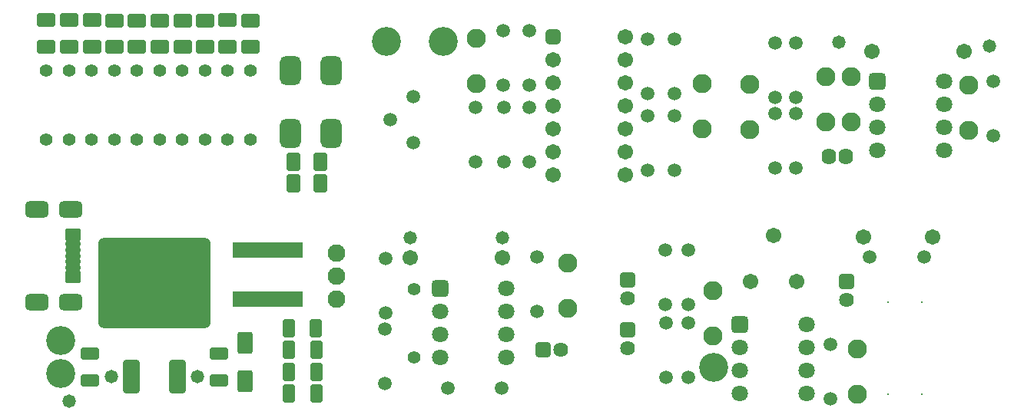
<source format=gts>
G04*
G04 #@! TF.GenerationSoftware,Altium Limited,Altium Designer,21.4.1 (30)*
G04*
G04 Layer_Color=8388736*
%FSLAX25Y25*%
%MOIN*%
G70*
G04*
G04 #@! TF.SameCoordinates,FC640E17-02D6-4239-B4BA-C34357C3BEDB*
G04*
G04*
G04 #@! TF.FilePolarity,Negative*
G04*
G01*
G75*
%ADD32R,0.06000X0.15000*%
G04:AMPARAMS|DCode=33|XSize=94.61mil|YSize=67.06mil|CornerRadius=11.38mil|HoleSize=0mil|Usage=FLASHONLY|Rotation=270.000|XOffset=0mil|YOffset=0mil|HoleType=Round|Shape=RoundedRectangle|*
%AMROUNDEDRECTD33*
21,1,0.09461,0.04429,0,0,270.0*
21,1,0.07185,0.06706,0,0,270.0*
1,1,0.02276,-0.02215,-0.03593*
1,1,0.02276,-0.02215,0.03593*
1,1,0.02276,0.02215,0.03593*
1,1,0.02276,0.02215,-0.03593*
%
%ADD33ROUNDEDRECTD33*%
%ADD34C,0.05800*%
G04:AMPARAMS|DCode=35|XSize=67.06mil|YSize=21.78mil|CornerRadius=5.38mil|HoleSize=0mil|Usage=FLASHONLY|Rotation=0.000|XOffset=0mil|YOffset=0mil|HoleType=Round|Shape=RoundedRectangle|*
%AMROUNDEDRECTD35*
21,1,0.06706,0.01102,0,0,0.0*
21,1,0.05630,0.02178,0,0,0.0*
1,1,0.01076,0.02815,-0.00551*
1,1,0.01076,-0.02815,-0.00551*
1,1,0.01076,-0.02815,0.00551*
1,1,0.01076,0.02815,0.00551*
%
%ADD35ROUNDEDRECTD35*%
G04:AMPARAMS|DCode=36|XSize=67.06mil|YSize=55.24mil|CornerRadius=8.72mil|HoleSize=0mil|Usage=FLASHONLY|Rotation=0.000|XOffset=0mil|YOffset=0mil|HoleType=Round|Shape=RoundedRectangle|*
%AMROUNDEDRECTD36*
21,1,0.06706,0.03780,0,0,0.0*
21,1,0.04961,0.05524,0,0,0.0*
1,1,0.01745,0.02480,-0.01890*
1,1,0.01745,-0.02480,-0.01890*
1,1,0.01745,-0.02480,0.01890*
1,1,0.01745,0.02480,0.01890*
%
%ADD36ROUNDEDRECTD36*%
G04:AMPARAMS|DCode=37|XSize=78.87mil|YSize=53.28mil|CornerRadius=9.66mil|HoleSize=0mil|Usage=FLASHONLY|Rotation=90.000|XOffset=0mil|YOffset=0mil|HoleType=Round|Shape=RoundedRectangle|*
%AMROUNDEDRECTD37*
21,1,0.07887,0.03396,0,0,90.0*
21,1,0.05955,0.05328,0,0,90.0*
1,1,0.01932,0.01698,0.02977*
1,1,0.01932,0.01698,-0.02977*
1,1,0.01932,-0.01698,-0.02977*
1,1,0.01932,-0.01698,0.02977*
%
%ADD37ROUNDEDRECTD37*%
G04:AMPARAMS|DCode=38|XSize=78.87mil|YSize=59.18mil|CornerRadius=10.4mil|HoleSize=0mil|Usage=FLASHONLY|Rotation=90.000|XOffset=0mil|YOffset=0mil|HoleType=Round|Shape=RoundedRectangle|*
%AMROUNDEDRECTD38*
21,1,0.07887,0.03839,0,0,90.0*
21,1,0.05807,0.05918,0,0,90.0*
1,1,0.02080,0.01919,0.02904*
1,1,0.02080,0.01919,-0.02904*
1,1,0.02080,-0.01919,-0.02904*
1,1,0.02080,-0.01919,0.02904*
%
%ADD38ROUNDEDRECTD38*%
%ADD39R,0.02513X0.06706*%
G04:AMPARAMS|DCode=40|XSize=78.87mil|YSize=59.18mil|CornerRadius=10.4mil|HoleSize=0mil|Usage=FLASHONLY|Rotation=0.000|XOffset=0mil|YOffset=0mil|HoleType=Round|Shape=RoundedRectangle|*
%AMROUNDEDRECTD40*
21,1,0.07887,0.03839,0,0,0.0*
21,1,0.05807,0.05918,0,0,0.0*
1,1,0.02080,0.02904,-0.01919*
1,1,0.02080,-0.02904,-0.01919*
1,1,0.02080,-0.02904,0.01919*
1,1,0.02080,0.02904,0.01919*
%
%ADD40ROUNDEDRECTD40*%
G04:AMPARAMS|DCode=41|XSize=488.31mil|YSize=391.86mil|CornerRadius=23.19mil|HoleSize=0mil|Usage=FLASHONLY|Rotation=0.000|XOffset=0mil|YOffset=0mil|HoleType=Round|Shape=RoundedRectangle|*
%AMROUNDEDRECTD41*
21,1,0.48831,0.34547,0,0,0.0*
21,1,0.44193,0.39186,0,0,0.0*
1,1,0.04639,0.22097,-0.17274*
1,1,0.04639,-0.22097,-0.17274*
1,1,0.04639,-0.22097,0.17274*
1,1,0.04639,0.22097,0.17274*
%
%ADD41ROUNDEDRECTD41*%
G04:AMPARAMS|DCode=42|XSize=145.8mil|YSize=70.99mil|CornerRadius=11.87mil|HoleSize=0mil|Usage=FLASHONLY|Rotation=270.000|XOffset=0mil|YOffset=0mil|HoleType=Round|Shape=RoundedRectangle|*
%AMROUNDEDRECTD42*
21,1,0.14580,0.04724,0,0,270.0*
21,1,0.12205,0.07099,0,0,270.0*
1,1,0.02375,-0.02362,-0.06102*
1,1,0.02375,-0.02362,0.06102*
1,1,0.02375,0.02362,0.06102*
1,1,0.02375,0.02362,-0.06102*
%
%ADD42ROUNDEDRECTD42*%
G04:AMPARAMS|DCode=43|XSize=78.87mil|YSize=53.28mil|CornerRadius=9.66mil|HoleSize=0mil|Usage=FLASHONLY|Rotation=180.000|XOffset=0mil|YOffset=0mil|HoleType=Round|Shape=RoundedRectangle|*
%AMROUNDEDRECTD43*
21,1,0.07887,0.03396,0,0,180.0*
21,1,0.05955,0.05328,0,0,180.0*
1,1,0.01932,-0.02977,0.01698*
1,1,0.01932,0.02977,0.01698*
1,1,0.01932,0.02977,-0.01698*
1,1,0.01932,-0.02977,-0.01698*
%
%ADD43ROUNDEDRECTD43*%
%ADD44C,0.05918*%
%ADD45C,0.06706*%
%ADD46O,0.06312X0.07099*%
%ADD47C,0.12611*%
%ADD48C,0.08300*%
G04:AMPARAMS|DCode=49|XSize=70.99mil|YSize=70.99mil|CornerRadius=11.87mil|HoleSize=0mil|Usage=FLASHONLY|Rotation=0.000|XOffset=0mil|YOffset=0mil|HoleType=Round|Shape=RoundedRectangle|*
%AMROUNDEDRECTD49*
21,1,0.07099,0.04724,0,0,0.0*
21,1,0.04724,0.07099,0,0,0.0*
1,1,0.02375,0.02362,-0.02362*
1,1,0.02375,-0.02362,-0.02362*
1,1,0.02375,-0.02362,0.02362*
1,1,0.02375,0.02362,0.02362*
%
%ADD49ROUNDEDRECTD49*%
%ADD50C,0.07099*%
%ADD51C,0.06400*%
G04:AMPARAMS|DCode=52|XSize=64mil|YSize=64mil|CornerRadius=11mil|HoleSize=0mil|Usage=FLASHONLY|Rotation=270.000|XOffset=0mil|YOffset=0mil|HoleType=Round|Shape=RoundedRectangle|*
%AMROUNDEDRECTD52*
21,1,0.06400,0.04200,0,0,270.0*
21,1,0.04200,0.06400,0,0,270.0*
1,1,0.02200,-0.02100,-0.02100*
1,1,0.02200,-0.02100,0.02100*
1,1,0.02200,0.02100,0.02100*
1,1,0.02200,0.02100,-0.02100*
%
%ADD52ROUNDEDRECTD52*%
%ADD53C,0.00800*%
G04:AMPARAMS|DCode=54|XSize=102.49mil|YSize=70.99mil|CornerRadius=19.75mil|HoleSize=0mil|Usage=FLASHONLY|Rotation=0.000|XOffset=0mil|YOffset=0mil|HoleType=Round|Shape=RoundedRectangle|*
%AMROUNDEDRECTD54*
21,1,0.10249,0.03150,0,0,0.0*
21,1,0.06299,0.07099,0,0,0.0*
1,1,0.03950,0.03150,-0.01575*
1,1,0.03950,-0.03150,-0.01575*
1,1,0.03950,-0.03150,0.01575*
1,1,0.03950,0.03150,0.01575*
%
%ADD54ROUNDEDRECTD54*%
G04:AMPARAMS|DCode=55|XSize=67.06mil|YSize=67.06mil|CornerRadius=18.76mil|HoleSize=0mil|Usage=FLASHONLY|Rotation=0.000|XOffset=0mil|YOffset=0mil|HoleType=Round|Shape=RoundedRectangle|*
%AMROUNDEDRECTD55*
21,1,0.06706,0.02953,0,0,0.0*
21,1,0.02953,0.06706,0,0,0.0*
1,1,0.03753,0.01476,-0.01476*
1,1,0.03753,-0.01476,-0.01476*
1,1,0.03753,-0.01476,0.01476*
1,1,0.03753,0.01476,0.01476*
%
%ADD55ROUNDEDRECTD55*%
%ADD56C,0.05930*%
G04:AMPARAMS|DCode=57|XSize=64mil|YSize=64mil|CornerRadius=11mil|HoleSize=0mil|Usage=FLASHONLY|Rotation=0.000|XOffset=0mil|YOffset=0mil|HoleType=Round|Shape=RoundedRectangle|*
%AMROUNDEDRECTD57*
21,1,0.06400,0.04200,0,0,0.0*
21,1,0.04200,0.06400,0,0,0.0*
1,1,0.02200,0.02100,-0.02100*
1,1,0.02200,-0.02100,-0.02100*
1,1,0.02200,-0.02100,0.02100*
1,1,0.02200,0.02100,0.02100*
%
%ADD57ROUNDEDRECTD57*%
%ADD58C,0.05524*%
G04:AMPARAMS|DCode=59|XSize=126.11mil|YSize=90.68mil|CornerRadius=24.67mil|HoleSize=0mil|Usage=FLASHONLY|Rotation=90.000|XOffset=0mil|YOffset=0mil|HoleType=Round|Shape=RoundedRectangle|*
%AMROUNDEDRECTD59*
21,1,0.12611,0.04134,0,0,90.0*
21,1,0.07677,0.09068,0,0,90.0*
1,1,0.04934,0.02067,0.03839*
1,1,0.04934,0.02067,-0.03839*
1,1,0.04934,-0.02067,-0.03839*
1,1,0.04934,-0.02067,0.03839*
%
%ADD59ROUNDEDRECTD59*%
%ADD60C,0.07690*%
D32*
X21853Y71762D02*
D03*
D33*
X96500Y17365D02*
D03*
Y33900D02*
D03*
D34*
X419500Y163000D02*
D03*
X354100Y164600D02*
D03*
X208300Y79600D02*
D03*
X168100D02*
D03*
X75800Y19200D02*
D03*
X38700Y19400D02*
D03*
X20300Y8500D02*
D03*
D35*
X21900Y66641D02*
D03*
Y69200D02*
D03*
Y71759D02*
D03*
Y74318D02*
D03*
Y76877D02*
D03*
D36*
Y62507D02*
D03*
Y81011D02*
D03*
D37*
X127511Y11900D02*
D03*
X115700D02*
D03*
X127406Y21400D02*
D03*
X115594D02*
D03*
X115589Y30800D02*
D03*
X127400D02*
D03*
X115489Y40300D02*
D03*
X127300D02*
D03*
D38*
X129109Y103200D02*
D03*
X117691D02*
D03*
X129109Y112700D02*
D03*
X117691D02*
D03*
D39*
X92652Y74130D02*
D03*
X95148D02*
D03*
X97652D02*
D03*
X100148D02*
D03*
X102652D02*
D03*
X105148D02*
D03*
X107652D02*
D03*
X110148D02*
D03*
X112652D02*
D03*
X115148D02*
D03*
X117652D02*
D03*
X120148D02*
D03*
Y52870D02*
D03*
X117652D02*
D03*
X115148D02*
D03*
X112652D02*
D03*
X110148D02*
D03*
X107652D02*
D03*
X105148D02*
D03*
X102652D02*
D03*
X100148D02*
D03*
X97652D02*
D03*
X95148D02*
D03*
X92652D02*
D03*
D40*
X79200Y174009D02*
D03*
Y162591D02*
D03*
X98900Y174009D02*
D03*
Y162591D02*
D03*
X10100Y174117D02*
D03*
Y162700D02*
D03*
X20211Y174184D02*
D03*
Y162767D02*
D03*
X88900Y162700D02*
D03*
Y174117D02*
D03*
X69400Y162591D02*
D03*
Y174009D02*
D03*
X59500Y162591D02*
D03*
Y174009D02*
D03*
X49600Y162591D02*
D03*
Y174009D02*
D03*
X39896Y162646D02*
D03*
Y174063D02*
D03*
X30134Y162767D02*
D03*
Y174184D02*
D03*
D41*
X57300Y59853D02*
D03*
D42*
X67300Y19400D02*
D03*
X47300D02*
D03*
D43*
X29100Y29406D02*
D03*
Y17594D02*
D03*
X85100Y29305D02*
D03*
Y17494D02*
D03*
D44*
X367689Y71400D02*
D03*
X391311D02*
D03*
X326600Y140589D02*
D03*
Y164211D02*
D03*
X335400Y140589D02*
D03*
Y164211D02*
D03*
Y109989D02*
D03*
Y133611D02*
D03*
X326500D02*
D03*
Y109989D02*
D03*
X421200Y124089D02*
D03*
Y147711D02*
D03*
X288900Y50489D02*
D03*
Y74111D02*
D03*
Y42511D02*
D03*
Y18889D02*
D03*
X279100Y42611D02*
D03*
Y18989D02*
D03*
X278900Y74211D02*
D03*
Y50589D02*
D03*
X350400Y9600D02*
D03*
Y33222D02*
D03*
X220000Y146100D02*
D03*
Y169722D02*
D03*
X209000Y112489D02*
D03*
Y136111D02*
D03*
X208600Y146089D02*
D03*
Y169711D02*
D03*
X196500Y112489D02*
D03*
Y136111D02*
D03*
X282900Y109000D02*
D03*
Y132622D02*
D03*
X271100Y165822D02*
D03*
Y142200D02*
D03*
Y109089D02*
D03*
Y132711D02*
D03*
X282800Y142200D02*
D03*
Y165822D02*
D03*
X219800Y136222D02*
D03*
Y112600D02*
D03*
X184400Y14200D02*
D03*
X208022D02*
D03*
X223100Y71211D02*
D03*
Y47589D02*
D03*
X157200Y39911D02*
D03*
Y16289D02*
D03*
X157400Y70711D02*
D03*
Y47089D02*
D03*
D45*
X394959Y80100D02*
D03*
X364841D02*
D03*
X368500Y160500D02*
D03*
X408500D02*
D03*
X316000Y60500D02*
D03*
X326000Y80500D02*
D03*
X336000Y60500D02*
D03*
X261400Y167000D02*
D03*
Y157000D02*
D03*
Y147000D02*
D03*
Y137000D02*
D03*
Y127000D02*
D03*
Y117000D02*
D03*
Y107000D02*
D03*
X230140D02*
D03*
Y117000D02*
D03*
Y127000D02*
D03*
Y137000D02*
D03*
Y147000D02*
D03*
Y157000D02*
D03*
X168300Y71100D02*
D03*
X208300D02*
D03*
D46*
X357340Y114906D02*
D03*
X349860D02*
D03*
D47*
X182500Y165100D02*
D03*
X157900Y165000D02*
D03*
X299800Y23200D02*
D03*
X16600Y35100D02*
D03*
Y20600D02*
D03*
D48*
X348500Y129800D02*
D03*
Y149485D02*
D03*
X359600Y129858D02*
D03*
Y149542D02*
D03*
X315500Y146343D02*
D03*
Y126657D02*
D03*
X410400Y126357D02*
D03*
Y146043D02*
D03*
X299500Y36858D02*
D03*
Y56542D02*
D03*
X362300Y11457D02*
D03*
Y31143D02*
D03*
X197000Y146458D02*
D03*
Y166142D02*
D03*
X294800Y146642D02*
D03*
Y126957D02*
D03*
X236400Y68642D02*
D03*
Y48957D02*
D03*
D49*
X371000Y147500D02*
D03*
X311300Y42000D02*
D03*
X181100Y57600D02*
D03*
D50*
X371000Y137500D02*
D03*
Y127500D02*
D03*
Y117500D02*
D03*
X399800D02*
D03*
Y127500D02*
D03*
Y137500D02*
D03*
Y147500D02*
D03*
X311300Y32000D02*
D03*
Y22000D02*
D03*
Y12000D02*
D03*
X340100D02*
D03*
Y22000D02*
D03*
Y32000D02*
D03*
Y42000D02*
D03*
X181100Y47600D02*
D03*
Y37600D02*
D03*
Y27600D02*
D03*
X209900D02*
D03*
Y37600D02*
D03*
Y47600D02*
D03*
Y57600D02*
D03*
D51*
X357400Y52700D02*
D03*
X262600Y53300D02*
D03*
Y31663D02*
D03*
X233637Y30800D02*
D03*
D52*
X357400Y60574D02*
D03*
X262600Y61174D02*
D03*
Y39537D02*
D03*
D53*
X390100Y11700D02*
D03*
Y51700D02*
D03*
X375700Y51600D02*
D03*
Y11600D02*
D03*
D54*
X6152Y91838D02*
D03*
Y51680D02*
D03*
X20719D02*
D03*
Y91838D02*
D03*
D55*
X230140Y167000D02*
D03*
D56*
X169700Y141000D02*
D03*
X159700Y131000D02*
D03*
X169700Y121000D02*
D03*
D57*
X225763Y30800D02*
D03*
D58*
X169800Y27772D02*
D03*
Y57300D02*
D03*
X49643Y152300D02*
D03*
X59485D02*
D03*
X69328D02*
D03*
X79170D02*
D03*
X89013D02*
D03*
X98855D02*
D03*
X29958D02*
D03*
X39800D02*
D03*
X10272D02*
D03*
X20115D02*
D03*
X59485Y122300D02*
D03*
X49643D02*
D03*
X39800D02*
D03*
X29958D02*
D03*
X20115D02*
D03*
X10272D02*
D03*
X79170D02*
D03*
X69328D02*
D03*
X98855D02*
D03*
X89013D02*
D03*
D59*
X116142Y152380D02*
D03*
X133858D02*
D03*
X116142Y124820D02*
D03*
X133858D02*
D03*
D60*
X136200Y53000D02*
D03*
Y63000D02*
D03*
Y73000D02*
D03*
M02*

</source>
